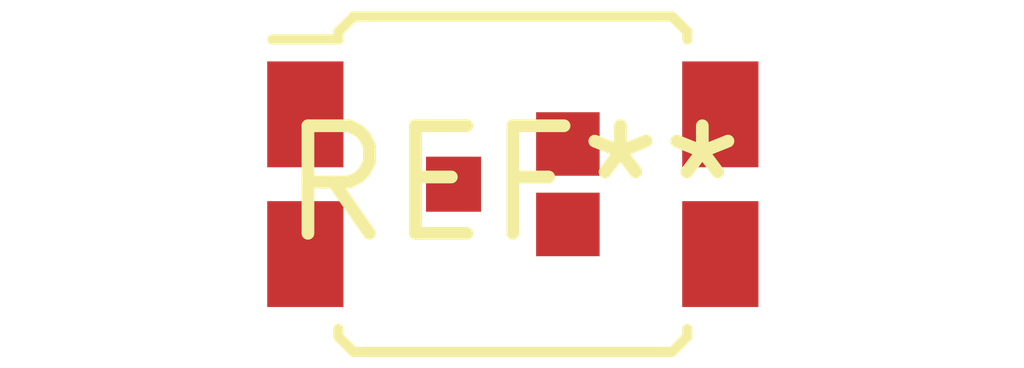
<source format=kicad_pcb>
(kicad_pcb (version 20240108) (generator pcbnew)
  (layers (0 "F.Cu" signal) (31 "B.Cu" signal) (34 "B.Paste" user) (35 "F.Paste" user) (36 "B.SilkS" user "B.Silkscreen") (37 "F.SilkS" user "F.Silkscreen") (38 "B.Mask" user) (39 "F.Mask" user) (44 "Edge.Cuts" user))
  (net 0 "")
  (footprint "DirectFET_SJ" (layer "F.Cu") (at 0 0)
    (property "Reference" "REF**")
    (property "Value" "DirectFET_SJ")
    (fp_line (start -2.84 -1.71) (end -2.06 -1.71) (layer "F.SilkS") (stroke (width 0.12)))
    (fp_line (start -2.06 -1.8) (end -1.88 -1.98) (layer "F.SilkS") (stroke (width 0.12)))
    (fp_line (start -2.06 -1.71) (end -2.06 -1.8) (layer "F.SilkS") (stroke (width 0.12)))
    (fp_line (start -2.06 1.71) (end -2.06 1.8) (layer "F.SilkS") (stroke (width 0.12)))
    (fp_line (start -2.06 1.8) (end -1.88 1.98) (layer "F.SilkS") (stroke (width 0.12)))
    (fp_line (start -1.88 -1.98) (end 1.88 -1.98) (layer "F.SilkS") (stroke (width 0.12)))
    (fp_line (start -1.88 1.98) (end 1.88 1.98) (layer "F.SilkS") (stroke (width 0.12)))
    (fp_line (start 2.06 -1.8) (end 1.88 -1.98) (layer "F.SilkS") (stroke (width 0.12)))
    (fp_line (start 2.06 -1.71) (end 2.06 -1.8) (layer "F.SilkS") (stroke (width 0.12)))
    (fp_line (start 2.06 1.71) (end 2.06 1.8) (layer "F.SilkS") (stroke (width 0.12)))
    (fp_line (start 2.06 1.8) (end 1.88 1.98) (layer "F.SilkS") (stroke (width 0.12)))
    (pad "1" smd rect (at -2.45 -0.825) (size 0.9 1.25) (layers "F.Cu" "F.Paste" "F.Mask"))
    (pad "1" smd rect (at -2.45 0.825) (size 0.9 1.25) (layers "F.Cu" "F.Paste" "F.Mask"))
    (pad "1" smd rect (at 2.45 -0.825) (size 0.9 1.25) (layers "F.Cu" "F.Paste" "F.Mask"))
    (pad "1" smd rect (at 2.45 0.825) (size 0.9 1.25) (layers "F.Cu" "F.Paste" "F.Mask"))
    (pad "2" smd rect (at -0.7 0) (size 0.65 0.65) (layers "F.Cu" "F.Paste" "F.Mask"))
    (pad "3" smd rect (at 0.65 -0.475) (size 0.75 0.75) (layers "F.Cu" "F.Paste" "F.Mask"))
    (pad "3" smd rect (at 0.65 0.475) (size 0.75 0.75) (layers "F.Cu" "F.Paste" "F.Mask"))
  )
)
</source>
